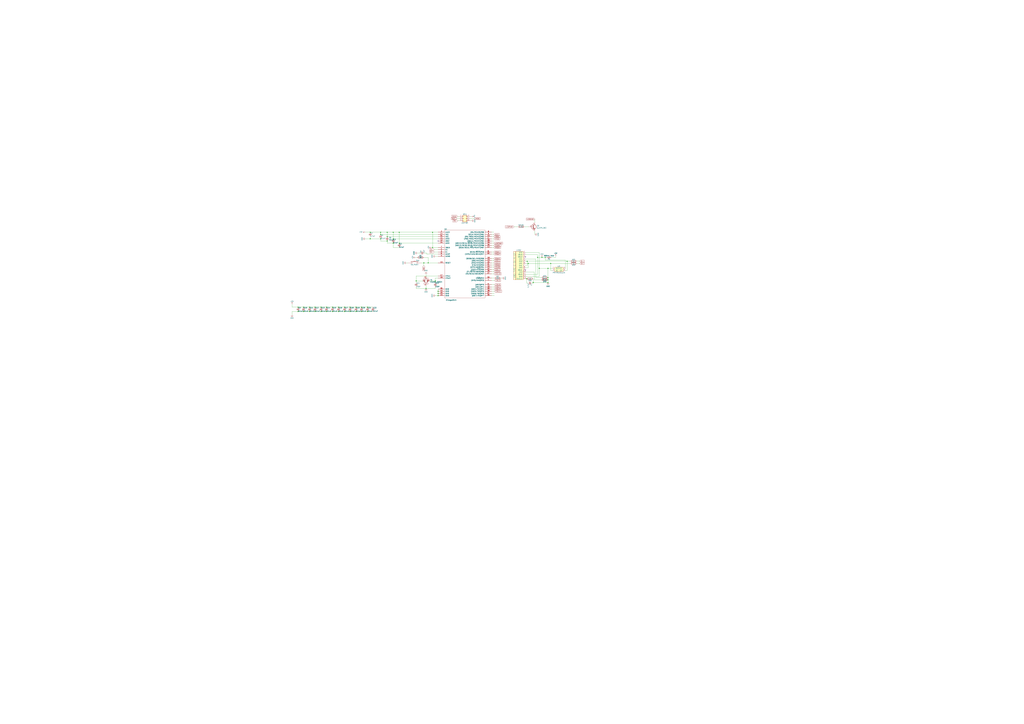
<source format=kicad_sch>
(kicad_sch (version 20230121) (generator eeschema)
  (paper "A0")
  (lib_symbols
    (symbol "Type-C:HRO-TYPE-C-31-M-12" (pin_names (offset 1.016))
      (property "Reference" "USB" (at -5.08 16.51 0))
      (property "Value" "HRO-TYPE-C-31-M-12" (at -10.16 -1.27 90))
      (symbol "HRO-TYPE-C-31-M-12_0_1"
        (rectangle (start -11.43 15.24) (end -8.89 -17.78) (fill (type background)))
        (rectangle (start 0 -17.78) (end -8.89 15.24) (fill (type background)))
      )
      (symbol "HRO-TYPE-C-31-M-12_1_1"
        (pin input line (at 2.54 13.97 180) (length 2.54) (name "GND") (number "1"))
        (pin input line (at 2.54 -8.89 180) (length 2.54) (name "CC2") (number "10"))
        (pin input line (at 2.54 -11.43 180) (length 2.54) (name "VBUS") (number "11"))
        (pin input line (at 2.54 -13.97 180) (length 2.54) (name "GND") (number "12"))
        (pin input line (at 2.54 -16.51 180) (length 2.54) (name "SHIELD") (number "13"))
        (pin input line (at 2.54 11.43 180) (length 2.54) (name "VBUS") (number "2"))
        (pin input line (at 2.54 8.89 180) (length 2.54) (name "SBU2") (number "3"))
        (pin input line (at 2.54 6.35 180) (length 2.54) (name "CC1") (number "4"))
        (pin input line (at 2.54 3.81 180) (length 2.54) (name "DN2") (number "5"))
        (pin input line (at 2.54 1.27 180) (length 2.54) (name "DP1") (number "6"))
        (pin input line (at 2.54 -1.27 180) (length 2.54) (name "DN1") (number "7"))
        (pin input line (at 2.54 -3.81 180) (length 2.54) (name "DP2") (number "8"))
        (pin input line (at 2.54 -6.35 180) (length 2.54) (name "SBU1") (number "9"))
      )
    )
    (symbol "ai03-locallib:PRTR5V0U2X" (pin_names (offset 1.016))
      (property "Reference" "U" (at 0 3.81 0))
      (property "Value" "PRTR5V0U2X" (at 0 -3.81 0))
      (symbol "PRTR5V0U2X_0_1"
        (rectangle (start -5.08 2.54) (end 5.08 -2.54) (fill (type background)))
      )
      (symbol "PRTR5V0U2X_1_1"
        (pin input line (at -7.62 1.27 0) (length 2.54) (name "GND") (number "1"))
        (pin input line (at -7.62 -1.27 0) (length 2.54) (name "IO1") (number "2"))
        (pin input line (at 7.62 -1.27 180) (length 2.54) (name "IO2") (number "3"))
        (pin input line (at 7.62 1.27 180) (length 2.54) (name "VCC") (number "4"))
      )
    )
    (symbol "cpm43-rescue:+5V-power" (power) (pin_names (offset 0))
      (property "Value" "+5V-power" (at 0 3.556 0))
      (symbol "+5V-power_0_1"
        (polyline (pts (xy -0.762 1.27) (xy 0 2.54)))
        (polyline (pts (xy 0 0) (xy 0 2.54)))
        (polyline (pts (xy 0 2.54) (xy 0.762 1.27)))
      )
      (symbol "+5V-power_1_1"
        (pin power_in line (at 0 0 90) (length 0) hide (name "+5V") (number "1"))
      )
    )
    (symbol "cpm43-rescue:ATmega32U4-atmel" (pin_names (offset 1.016))
      (property "Reference" "U" (at -22.86 43.18 0))
      (property "Value" "atmel:ATmega32U4" (at -16.51 -39.37 0))
      (symbol "ATmega32U4-atmel_0_1"
        (rectangle (start -24.13 41.91) (end 22.86 -36.83))
      )
      (symbol "ATmega32U4-atmel_1_1"
        (pin input line (at 30.48 -16.51 180) (length 7.62) (name "(INT6/AIN0)PE6") (number "1"))
        (pin input line (at 30.48 34.29 180) (length 7.62) (name "(PDI/MOSI/PCINT2)PB2") (number "10"))
        (pin input line (at 30.48 31.75 180) (length 7.62) (name "(PDO/MISO/PCINT3)PB3") (number "11"))
        (pin input line (at 30.48 21.59 180) (length 7.62) (name "(OC0A/OC1C/~{RTS}/PCINT7)PB7") (number "12"))
        (pin input line (at -31.75 3.81 0) (length 7.62) (name "RESET") (number "13"))
        (pin power_in line (at -31.75 36.83 0) (length 7.62) (name "VCC") (number "14"))
        (pin power_in line (at -31.75 -34.29 0) (length 7.62) (name "GND") (number "15"))
        (pin input line (at -31.75 -13.97 0) (length 7.62) (name "XTAL2") (number "16"))
        (pin input line (at -31.75 -11.43 0) (length 7.62) (name "XTAL1") (number "17"))
        (pin input line (at 30.48 8.89 180) (length 7.62) (name "(OC0B/SCL/INT0)PD0") (number "18"))
        (pin input line (at 30.48 6.35 180) (length 7.62) (name "(SDA/INT1)PD1") (number "19"))
        (pin input line (at -31.75 39.37 0) (length 7.62) (name "UVCC") (number "2"))
        (pin input line (at 30.48 3.81 180) (length 7.62) (name "(RXD/INT2)PD2") (number "20"))
        (pin input line (at 30.48 1.27 180) (length 7.62) (name "(TXD/INT3)PD3") (number "21"))
        (pin input line (at 30.48 -3.81 180) (length 7.62) (name "(XCK1/~{CTS})PD5") (number "22"))
        (pin power_in line (at -31.75 -31.75 0) (length 7.62) (name "GND") (number "23"))
        (pin power_in line (at -31.75 26.67 0) (length 7.62) (name "AVCC") (number "24"))
        (pin input line (at 30.48 -1.27 180) (length 7.62) (name "(ICP2/ADC8)PD4") (number "25"))
        (pin input line (at 30.48 -6.35 180) (length 7.62) (name "(T1/~{OC4D}/ADC9)PD6") (number "26"))
        (pin input line (at 30.48 -8.89 180) (length 7.62) (name "(T0/OC4D/ADC10)PD7") (number "27"))
        (pin input line (at 30.48 29.21 180) (length 7.62) (name "(ADC11/PCINT4)PB4") (number "28"))
        (pin input line (at 30.48 26.67 180) (length 7.62) (name "(ADC12/OC1A/~{OC4B}/PCINT12)PB5") (number "29"))
        (pin input line (at -31.75 16.51 0) (length 7.62) (name "D-") (number "3"))
        (pin input line (at 30.48 24.13 180) (length 7.62) (name "(ADC13/OC1B/OC4B/PCINT13)PB6") (number "30"))
        (pin input line (at 30.48 16.51 180) (length 7.62) (name "(OC3A/~{OC4A})PC6") (number "31"))
        (pin input line (at 30.48 13.97 180) (length 7.62) (name "(ICP3/CLK0/OC4A)PC7") (number "32"))
        (pin input line (at 30.48 -13.97 180) (length 7.62) (name "(~{HWB})PE2") (number "33"))
        (pin power_in line (at -31.75 34.29 0) (length 7.62) (name "VCC") (number "34"))
        (pin power_in line (at -31.75 -26.67 0) (length 7.62) (name "GND") (number "35"))
        (pin input line (at 30.48 -34.29 180) (length 7.62) (name "(ADC7/TDI)PF7") (number "36"))
        (pin input line (at 30.48 -31.75 180) (length 7.62) (name "(ADC6/TDO)PF6") (number "37"))
        (pin input line (at 30.48 -29.21 180) (length 7.62) (name "(ADC5/TMS)PF5") (number "38"))
        (pin input line (at 30.48 -26.67 180) (length 7.62) (name "(ADC4/TCK)PF4") (number "39"))
        (pin input line (at -31.75 19.05 0) (length 7.62) (name "D+") (number "4"))
        (pin input line (at 30.48 -24.13 180) (length 7.62) (name "(ADC1)PF1") (number "40"))
        (pin input line (at 30.48 -21.59 180) (length 7.62) (name "(ADC0)PF0") (number "41"))
        (pin input line (at -31.75 29.21 0) (length 7.62) (name "AREF") (number "42"))
        (pin power_in line (at -31.75 -29.21 0) (length 7.62) (name "GND") (number "43"))
        (pin power_in line (at -31.75 31.75 0) (length 7.62) (name "AVCC") (number "44"))
        (pin input line (at -31.75 11.43 0) (length 7.62) (name "UGND") (number "5"))
        (pin input line (at -31.75 13.97 0) (length 7.62) (name "UCAP") (number "6"))
        (pin input line (at -31.75 21.59 0) (length 7.62) (name "VBUS") (number "7"))
        (pin input line (at 30.48 39.37 180) (length 7.62) (name "(SS/PCINT0)PB0") (number "8"))
        (pin input line (at 30.48 36.83 180) (length 7.62) (name "(SCLK/PCINT1)PB1") (number "9"))
      )
    )
    (symbol "cpm43-rescue:C_Small-device" (pin_numbers hide) (pin_names (offset 0.254) hide)
      (property "Reference" "C" (at 0.254 1.778 0))
      (property "Value" "device:C_Small" (at 0.254 -2.032 0))
      (symbol "C_Small-device_0_1"
        (polyline (pts (xy -1.524 -0.508) (xy 1.524 -0.508)) (stroke (width 0.3302)))
        (polyline (pts (xy -1.524 0.508) (xy 1.524 0.508)) (stroke (width 0.3048)))
      )
      (symbol "C_Small-device_1_1"
        (pin passive line (at 0 2.54 270) (length 2.032) (name "~") (number "1"))
        (pin passive line (at 0 -2.54 90) (length 2.032) (name "~") (number "2"))
      )
    )
    (symbol "cpm43-rescue:Conn_02x03_Odd_Even-conn" (pin_names (offset 1.016) hide)
      (property "Reference" "J" (at 1.27 5.08 0))
      (property "Value" "conn:Conn_02x03_Odd_Even" (at 1.27 -5.08 0))
      (symbol "Conn_02x03_Odd_Even-conn_1_1"
        (rectangle (start -1.27 -2.413) (end 0 -2.667) (stroke (width 0.1524)))
        (rectangle (start -1.27 0.127) (end 0 -0.127) (stroke (width 0.1524)))
        (rectangle (start -1.27 2.667) (end 0 2.413) (stroke (width 0.1524)))
        (rectangle (start -1.27 3.81) (end 3.81 -3.81) (stroke (width 0.254)) (fill (type background)))
        (rectangle (start 3.81 -2.413) (end 2.54 -2.667) (stroke (width 0.1524)))
        (rectangle (start 3.81 0.127) (end 2.54 -0.127) (stroke (width 0.1524)))
        (rectangle (start 3.81 2.667) (end 2.54 2.413) (stroke (width 0.1524)))
        (pin passive line (at -5.08 2.54 0) (length 3.81) (name "Pin_1") (number "1"))
        (pin passive line (at 7.62 2.54 180) (length 3.81) (name "Pin_2") (number "2"))
        (pin passive line (at -5.08 0 0) (length 3.81) (name "Pin_3") (number "3"))
        (pin passive line (at 7.62 0 180) (length 3.81) (name "Pin_4") (number "4"))
        (pin passive line (at -5.08 -2.54 0) (length 3.81) (name "Pin_5") (number "5"))
        (pin passive line (at 7.62 -2.54 180) (length 3.81) (name "Pin_6") (number "6"))
      )
    )
    (symbol "cpm43-rescue:Crystal_GND24-device" (pin_names (offset 1.016) hide)
      (property "Reference" "Y" (at 3.175 5.08 0))
      (property "Value" "device:Crystal_GND24" (at 3.175 3.175 0))
      (symbol "Crystal_GND24-device_0_1"
        (rectangle (start -1.143 2.54) (end 1.143 -2.54) (stroke (width 0.3048)))
        (polyline (pts (xy -2.54 0) (xy -2.032 0)))
        (polyline (pts (xy -2.032 -1.27) (xy -2.032 1.27)) (stroke (width 0.508)))
        (polyline (pts (xy 0 -3.81) (xy 0 -3.556)))
        (polyline (pts (xy 0 3.556) (xy 0 3.81)))
        (polyline (pts (xy 2.032 -1.27) (xy 2.032 1.27)) (stroke (width 0.508)))
        (polyline (pts (xy 2.032 0) (xy 2.54 0)))
        (polyline (pts (xy -2.54 -2.286) (xy -2.54 -3.556) (xy 2.54 -3.556) (xy 2.54 -2.286)))
        (polyline (pts (xy -2.54 2.286) (xy -2.54 3.556) (xy 2.54 3.556) (xy 2.54 2.286)))
      )
      (symbol "Crystal_GND24-device_1_1"
        (pin passive line (at -3.81 0 0) (length 1.27) (name "1") (number "1"))
        (pin passive line (at 0 5.08 270) (length 1.27) (name "2") (number "2"))
        (pin passive line (at 3.81 0 180) (length 1.27) (name "3") (number "3"))
        (pin passive line (at 0 -5.08 90) (length 1.27) (name "4") (number "4"))
      )
    )
    (symbol "cpm43-rescue:GND-power" (power) (pin_names (offset 0))
      (property "Value" "GND-power" (at 0 -3.81 0))
      (symbol "GND-power_0_1"
        (polyline (pts (xy 0 0) (xy 0 -1.27) (xy 1.27 -1.27) (xy 0 -2.54) (xy -1.27 -1.27) (xy 0 -1.27)))
      )
      (symbol "GND-power_1_1"
        (pin power_in line (at 0 0 270) (length 0) hide (name "GND") (number "1"))
      )
    )
    (symbol "cpm43-rescue:Polyfuse_Small-device" (pin_numbers hide) (pin_names (offset 0))
      (property "Reference" "F" (at -1.905 0 90))
      (property "Value" "device:Polyfuse_Small" (at 1.905 0 90))
      (symbol "Polyfuse_Small-device_0_1"
        (rectangle (start -0.508 1.27) (end 0.508 -1.27))
        (polyline (pts (xy 0 2.54) (xy 0 -2.54)))
        (polyline (pts (xy -1.016 1.27) (xy -1.016 0.762) (xy 1.016 -0.762) (xy 1.016 -1.27)))
      )
      (symbol "Polyfuse_Small-device_1_1"
        (pin passive line (at 0 2.54 270) (length 0.635) (name "~") (number "1"))
        (pin passive line (at 0 -2.54 90) (length 0.635) (name "~") (number "2"))
      )
    )
    (symbol "cpm43-rescue:Q_NPN_BCE-device" (pin_names (offset 0) hide)
      (property "Reference" "Q" (at 5.08 1.27 0))
      (property "Value" "device:Q_NPN_BCE" (at 5.08 -1.27 0))
      (symbol "Q_NPN_BCE-device_0_1"
        (polyline (pts (xy 0.635 0.635) (xy 2.54 2.54)))
        (polyline (pts (xy 0.635 -0.635) (xy 2.54 -2.54) (xy 2.54 -2.54)))
        (polyline (pts (xy 0.635 1.905) (xy 0.635 -1.905) (xy 0.635 -1.905)) (stroke (width 0.508)))
        (polyline (pts (xy 1.27 -1.778) (xy 1.778 -1.27) (xy 2.286 -2.286) (xy 1.27 -1.778) (xy 1.27 -1.778)) (fill (type outline)))
        (circle (center 1.27 0) (radius 2.8194) (stroke (width 0.254)))
      )
      (symbol "Q_NPN_BCE-device_1_1"
        (pin input line (at -5.08 0 0) (length 5.715) (name "B") (number "1"))
        (pin passive line (at 2.54 5.08 270) (length 2.54) (name "C") (number "2"))
        (pin passive line (at 2.54 -5.08 90) (length 2.54) (name "E") (number "3"))
      )
    )
    (symbol "cpm43-rescue:R-device" (pin_numbers hide) (pin_names (offset 0))
      (property "Reference" "R" (at 2.032 0 90))
      (property "Value" "device:R" (at 0 0 90))
      (symbol "R-device_0_1"
        (rectangle (start -1.016 -2.54) (end 1.016 2.54) (stroke (width 0.254)))
      )
      (symbol "R-device_1_1"
        (pin passive line (at 0 3.81 270) (length 1.27) (name "~") (number "1"))
        (pin passive line (at 0 -3.81 90) (length 1.27) (name "~") (number "2"))
      )
    )
    (symbol "cpm43-rescue:VCC-power" (power) (pin_names (offset 0))
      (property "Value" "VCC-power" (at 0 3.81 0))
      (symbol "VCC-power_0_1"
        (polyline (pts (xy 0 0) (xy 0 1.27)))
        (circle (center 0 1.905) (radius 0.635))
      )
      (symbol "VCC-power_1_1"
        (pin power_in line (at 0 0 90) (length 0) hide (name "VCC") (number "1"))
      )
    )
    (symbol "keyboard_parts:SW_PUSH" (pin_numbers hide) (pin_names (offset 1.016) hide)
      (property "Reference" "SW" (at 3.81 2.794 0))
      (property "Value" "SW_PUSH" (at 0 -2.032 0))
      (symbol "SW_PUSH_0_1"
        (rectangle (start -4.318 1.27) (end 4.318 1.524))
        (polyline (pts (xy -1.016 1.524) (xy -0.762 2.286) (xy 0.762 2.286) (xy 1.016 1.524)))
        (pin passive inverted (at -7.62 0 0) (length 5.08) (name "1") (number "1"))
        (pin passive inverted (at 7.62 0 180) (length 5.08) (name "2") (number "2"))
      )
    )
  )
  (junction (at 611.505 323.85))
  (junction (at 386.08 356.87))
  (junction (at 502.285 287.655))
  (junction (at 456.565 269.875))
  (junction (at 372.745 356.87))
  (junction (at 441.96 272.415))
  (junction (at 346.075 356.87))
  (junction (at 494.665 335.28))
  (junction (at 372.745 361.95))
  (junction (at 658.495 303.53))
  (junction (at 365.76 356.87))
  (junction (at 449.58 274.955))
  (junction (at 419.735 356.87))
  (junction (at 639.445 306.07))
  (junction (at 636.27 325.12))
  (junction (at 619.125 328.295))
  (junction (at 505.46 326.39))
  (junction (at 406.4 356.87))
  (junction (at 352.425 361.95))
  (junction (at 400.05 356.87))
  (junction (at 419.735 361.95))
  (junction (at 502.285 269.875))
  (junction (at 441.96 269.875))
  (junction (at 359.41 361.95))
  (junction (at 365.76 361.95))
  (junction (at 400.05 361.95))
  (junction (at 413.385 361.95))
  (junction (at 346.075 361.95))
  (junction (at 636.27 328.295))
  (junction (at 613.41 306.07))
  (junction (at 426.72 356.87))
  (junction (at 429.895 277.495))
  (junction (at 406.4 361.95))
  (junction (at 633.095 299.085))
  (junction (at 508.635 338.455))
  (junction (at 492.125 305.435))
  (junction (at 636.27 311.785))
  (junction (at 393.065 361.95))
  (junction (at 456.565 282.575))
  (junction (at 612.14 303.53))
  (junction (at 426.72 361.95))
  (junction (at 463.55 269.875))
  (junction (at 483.235 326.39))
  (junction (at 429.895 269.875))
  (junction (at 629.285 299.085))
  (junction (at 508.635 343.535))
  (junction (at 497.205 305.435))
  (junction (at 449.58 280.035))
  (junction (at 626.11 311.785))
  (junction (at 352.425 356.87))
  (junction (at 393.065 356.87))
  (junction (at 624.205 299.085))
  (junction (at 379.095 361.95))
  (junction (at 508.635 340.995))
  (junction (at 379.095 356.87))
  (junction (at 359.41 356.87))
  (junction (at 413.385 356.87))
  (junction (at 449.58 269.875))
  (junction (at 636.27 322.58))
  (junction (at 463.55 282.575))
  (junction (at 386.08 361.95))
  (junction (at 441.96 277.495))
  (junction (at 456.565 277.495))
  (no_connect (at 610.235 313.69))
  (no_connect (at 610.235 298.45))
  (no_connect (at 508.635 280.035))
  (wire (pts (xy 626.11 293.37) (xy 626.11 311.785)))
  (wire (pts (xy 429.895 277.495) (xy 429.895 274.955)))
  (wire (pts (xy 547.37 256.54) (xy 546.1 256.54)))
  (wire (pts (xy 359.41 361.95) (xy 365.76 361.95)))
  (wire (pts (xy 641.35 311.785) (xy 636.27 311.785)))
  (wire (pts (xy 570.865 272.415) (xy 573.405 272.415)))
  (wire (pts (xy 494.665 335.28) (xy 505.46 335.28)))
  (wire (pts (xy 487.68 294.005) (xy 484.505 294.005)))
  (wire (pts (xy 624.205 295.91) (xy 624.205 299.085)))
  (wire (pts (xy 610.235 318.77) (xy 624.205 318.77)))
  (wire (pts (xy 372.745 361.95) (xy 379.095 361.95)))
  (wire (pts (xy 505.46 326.39) (xy 505.46 328.295)))
  (wire (pts (xy 346.075 361.95) (xy 352.425 361.95)))
  (wire (pts (xy 570.865 269.875) (xy 573.405 269.875)))
  (wire (pts (xy 531.495 256.54) (xy 533.4 256.54)))
  (wire (pts (xy 508.635 323.215) (xy 505.46 323.215)))
  (wire (pts (xy 639.445 306.07) (xy 662.305 306.07)))
  (wire (pts (xy 570.865 274.955) (xy 573.405 274.955)))
  (wire (pts (xy 570.865 300.355) (xy 573.405 300.355)))
  (wire (pts (xy 406.4 361.95) (xy 413.385 361.95)))
  (wire (pts (xy 570.865 333.375) (xy 574.04 333.375)))
  (wire (pts (xy 636.27 311.785) (xy 626.11 311.785)))
  (wire (pts (xy 441.96 277.495) (xy 429.895 277.495)))
  (wire (pts (xy 613.41 306.07) (xy 639.445 306.07)))
  (wire (pts (xy 656.59 314.325) (xy 658.495 314.325)))
  (wire (pts (xy 463.55 282.575) (xy 463.55 269.875)))
  (wire (pts (xy 419.735 361.95) (xy 426.72 361.95)))
  (wire (pts (xy 497.205 299.085) (xy 497.205 305.435)))
  (wire (pts (xy 570.865 292.735) (xy 573.405 292.735)))
  (wire (pts (xy 613.41 311.15) (xy 613.41 306.07)))
  (wire (pts (xy 449.58 282.575) (xy 449.58 280.035)))
  (wire (pts (xy 502.285 269.875) (xy 502.285 287.655)))
  (wire (pts (xy 530.225 254) (xy 533.4 254)))
  (wire (pts (xy 570.865 340.995) (xy 574.04 340.995)))
  (wire (pts (xy 570.865 287.655) (xy 573.405 287.655)))
  (wire (pts (xy 508.635 297.815) (xy 505.46 297.815)))
  (wire (pts (xy 456.565 287.655) (xy 456.565 282.575)))
  (wire (pts (xy 620.395 316.23) (xy 620.395 325.12)))
  (wire (pts (xy 570.865 285.115) (xy 573.405 285.115)))
  (wire (pts (xy 626.11 311.785) (xy 626.11 321.31)))
  (wire (pts (xy 570.865 335.915) (xy 574.04 335.915)))
  (wire (pts (xy 483.235 326.39) (xy 483.235 328.295)))
  (wire (pts (xy 508.635 277.495) (xy 456.565 277.495)))
  (wire (pts (xy 621.03 268.605) (xy 621.03 272.415)))
  (wire (pts (xy 621.03 258.445) (xy 621.03 254.635)))
  (wire (pts (xy 656.59 302.26) (xy 633.095 302.26)))
  (wire (pts (xy 463.55 287.655) (xy 456.565 287.655)))
  (wire (pts (xy 570.865 280.035) (xy 573.405 280.035)))
  (wire (pts (xy 508.635 272.415) (xy 441.96 272.415)))
  (wire (pts (xy 400.05 361.95) (xy 406.4 361.95)))
  (wire (pts (xy 570.865 323.215) (xy 574.04 323.215)))
  (wire (pts (xy 508.635 335.915) (xy 508.635 338.455)))
  (wire (pts (xy 669.925 306.07) (xy 673.1 306.07)))
  (wire (pts (xy 484.505 299.085) (xy 482.6 299.085)))
  (wire (pts (xy 365.76 361.95) (xy 372.745 361.95)))
  (wire (pts (xy 570.865 330.835) (xy 574.04 330.835)))
  (wire (pts (xy 413.385 361.95) (xy 419.735 361.95)))
  (wire (pts (xy 624.205 299.085) (xy 629.285 299.085)))
  (wire (pts (xy 570.865 302.895) (xy 573.405 302.895)))
  (wire (pts (xy 636.27 322.58) (xy 636.27 311.785)))
  (wire (pts (xy 508.635 338.455) (xy 508.635 340.995)))
  (wire (pts (xy 508.635 343.535) (xy 505.46 343.535)))
  (wire (pts (xy 483.235 335.28) (xy 494.665 335.28)))
  (wire (pts (xy 570.865 315.595) (xy 573.405 315.595)))
  (wire (pts (xy 449.58 280.035) (xy 441.96 280.035)))
  (wire (pts (xy 619.125 323.85) (xy 619.125 328.295)))
  (wire (pts (xy 502.285 269.875) (xy 463.55 269.875)))
  (wire (pts (xy 508.635 320.675) (xy 483.235 320.675)))
  (wire (pts (xy 505.46 335.28) (xy 505.46 333.375)))
  (wire (pts (xy 386.08 361.95) (xy 393.065 361.95)))
  (wire (pts (xy 339.09 356.87) (xy 346.075 356.87)))
  (wire (pts (xy 547.37 251.46) (xy 546.1 251.46)))
  (wire (pts (xy 629.285 299.085) (xy 633.095 299.085)))
  (wire (pts (xy 495.3 294.005) (xy 492.76 294.005)))
  (wire (pts (xy 483.235 333.375) (xy 483.235 335.28)))
  (wire (pts (xy 359.41 356.87) (xy 365.76 356.87)))
  (wire (pts (xy 619.125 328.93) (xy 617.855 328.93)))
  (wire (pts (xy 612.775 328.93) (xy 611.505 328.93)))
  (wire (pts (xy 612.14 303.53) (xy 658.495 303.53)))
  (wire (pts (xy 488.95 305.435) (xy 492.125 305.435)))
  (wire (pts (xy 456.565 282.575) (xy 449.58 282.575)))
  (wire (pts (xy 492.125 305.435) (xy 497.205 305.435)))
  (wire (pts (xy 641.35 314.325) (xy 639.445 314.325)))
  (wire (pts (xy 658.495 314.325) (xy 658.495 303.53)))
  (wire (pts (xy 636.27 325.12) (xy 636.27 328.295)))
  (wire (pts (xy 346.075 356.87) (xy 352.425 356.87)))
  (wire (pts (xy 612.14 308.61) (xy 612.14 303.53)))
  (wire (pts (xy 622.3 322.58) (xy 622.3 300.99)))
  (wire (pts (xy 393.065 356.87) (xy 400.05 356.87)))
  (wire (pts (xy 441.96 269.875) (xy 441.96 272.415)))
  (wire (pts (xy 508.635 295.275) (xy 495.3 295.275)))
  (wire (pts (xy 441.96 280.035) (xy 441.96 277.495)))
  (wire (pts (xy 633.095 302.26) (xy 633.095 299.085)))
  (wire (pts (xy 379.095 356.87) (xy 386.08 356.87)))
  (wire (pts (xy 508.635 282.575) (xy 463.55 282.575)))
  (wire (pts (xy 413.385 356.87) (xy 419.735 356.87)))
  (wire (pts (xy 531.495 251.46) (xy 533.4 251.46)))
  (wire (pts (xy 570.865 310.515) (xy 573.405 310.515)))
  (wire (pts (xy 492.125 299.085) (xy 497.205 299.085)))
  (wire (pts (xy 372.745 356.87) (xy 379.095 356.87)))
  (wire (pts (xy 379.095 361.95) (xy 386.08 361.95)))
  (wire (pts (xy 610.235 293.37) (xy 626.11 293.37)))
  (wire (pts (xy 406.4 356.87) (xy 413.385 356.87)))
  (wire (pts (xy 449.58 269.875) (xy 441.96 269.875)))
  (wire (pts (xy 626.11 321.31) (xy 610.235 321.31)))
  (wire (pts (xy 504.19 292.735) (xy 508.635 292.735)))
  (wire (pts (xy 611.505 323.85) (xy 610.235 323.85)))
  (wire (pts (xy 492.125 305.435) (xy 492.125 308.61)))
  (wire (pts (xy 570.865 343.535) (xy 574.04 343.535)))
  (wire (pts (xy 581.66 323.215) (xy 582.93 323.215)))
  (wire (pts (xy 658.495 303.53) (xy 662.305 303.53)))
  (wire (pts (xy 610.235 308.61) (xy 612.14 308.61)))
  (wire (pts (xy 570.865 295.275) (xy 573.405 295.275)))
  (wire (pts (xy 619.125 328.295) (xy 619.125 328.93)))
  (wire (pts (xy 495.3 295.275) (xy 495.3 294.005)))
  (wire (pts (xy 610.235 306.07) (xy 613.41 306.07)))
  (wire (pts (xy 494.665 321.31) (xy 494.665 318.77)))
  (wire (pts (xy 570.865 307.975) (xy 573.405 307.975)))
  (wire (pts (xy 473.71 305.435) (xy 471.805 305.435)))
  (wire (pts (xy 429.895 277.495) (xy 424.18 277.495)))
  (wire (pts (xy 610.235 311.15) (xy 613.41 311.15)))
  (wire (pts (xy 508.635 340.995) (xy 508.635 343.535)))
  (wire (pts (xy 449.58 274.955) (xy 449.58 269.875)))
  (wire (pts (xy 619.125 328.295) (xy 636.27 328.295)))
  (wire (pts (xy 645.16 299.085) (xy 645.16 297.815)))
  (wire (pts (xy 352.425 361.95) (xy 359.41 361.95)))
  (wire (pts (xy 636.27 322.58) (xy 636.27 325.12)))
  (wire (pts (xy 508.635 274.955) (xy 449.58 274.955)))
  (wire (pts (xy 494.665 335.28) (xy 494.665 331.47)))
  (wire (pts (xy 628.65 322.58) (xy 622.3 322.58)))
  (wire (pts (xy 570.865 325.755) (xy 574.04 325.755)))
  (wire (pts (xy 426.72 361.95) (xy 433.07 361.95)))
  (wire (pts (xy 502.285 287.655) (xy 501.015 287.655)))
  (wire (pts (xy 570.865 282.575) (xy 573.405 282.575)))
  (wire (pts (xy 610.235 295.91) (xy 624.205 295.91)))
  (wire (pts (xy 639.445 314.325) (xy 639.445 306.07)))
  (wire (pts (xy 613.41 263.525) (xy 608.965 263.525)))
  (wire (pts (xy 633.095 299.085) (xy 635 299.085)))
  (wire (pts (xy 456.565 269.875) (xy 449.58 269.875)))
  (wire (pts (xy 502.285 269.875) (xy 508.635 269.875)))
  (wire (pts (xy 570.865 305.435) (xy 573.405 305.435)))
  (wire (pts (xy 429.895 269.875) (xy 424.18 269.875)))
  (wire (pts (xy 483.235 326.39) (xy 490.855 326.39)))
  (wire (pts (xy 656.59 311.785) (xy 656.59 302.26)))
  (wire (pts (xy 624.205 299.085) (xy 624.205 318.77)))
  (wire (pts (xy 483.235 320.675) (xy 483.235 326.39)))
  (wire (pts (xy 463.55 269.875) (xy 456.565 269.875)))
  (wire (pts (xy 426.72 356.87) (xy 433.07 356.87)))
  (wire (pts (xy 550.545 254) (xy 546.1 254)))
  (wire (pts (xy 352.425 356.87) (xy 359.41 356.87)))
  (wire (pts (xy 640.08 299.085) (xy 645.16 299.085)))
  (wire (pts (xy 393.065 361.95) (xy 400.05 361.95)))
  (wire (pts (xy 505.46 323.215) (xy 505.46 326.39)))
  (wire (pts (xy 508.635 290.195) (xy 504.19 290.195)))
  (wire (pts (xy 570.865 313.055) (xy 573.405 313.055)))
  (wire (pts (xy 498.475 326.39) (xy 505.46 326.39)))
  (wire (pts (xy 508.635 287.655) (xy 502.285 287.655)))
  (wire (pts (xy 610.235 316.23) (xy 620.395 316.23)))
  (wire (pts (xy 611.505 328.93) (xy 611.505 323.85)))
  (wire (pts (xy 386.08 356.87) (xy 393.065 356.87)))
  (wire (pts (xy 570.865 338.455) (xy 574.04 338.455)))
  (wire (pts (xy 441.96 269.875) (xy 429.895 269.875)))
  (wire (pts (xy 601.345 263.525) (xy 596.9 263.525)))
  (wire (pts (xy 339.09 356.87) (xy 339.09 353.695)))
  (wire (pts (xy 570.865 318.135) (xy 573.405 318.135)))
  (wire (pts (xy 570.865 277.495) (xy 573.405 277.495)))
  (wire (pts (xy 339.09 361.95) (xy 346.075 361.95)))
  (wire (pts (xy 610.235 300.99) (xy 622.3 300.99)))
  (wire (pts (xy 365.76 356.87) (xy 372.745 356.87)))
  (wire (pts (xy 339.09 361.95) (xy 339.09 365.76)))
  (wire (pts (xy 400.05 356.87) (xy 406.4 356.87)))
  (wire (pts (xy 456.565 277.495) (xy 456.565 269.875)))
  (wire (pts (xy 497.205 305.435) (xy 508.635 305.435)))
  (wire (pts (xy 669.925 303.53) (xy 673.1 303.53)))
  (wire (pts (xy 419.735 356.87) (xy 426.72 356.87)))
  (wire (pts (xy 620.395 325.12) (xy 628.65 325.12)))
  (wire (pts (xy 610.235 303.53) (xy 612.14 303.53)))
  (global_label "MISO" (shape input) (at 573.405 277.495 0) (effects (font (size 1.2954 1.2954))) (property "Intersheetrefs" "${INTERSHEET_REFS}" (effects hide)))
  (global_label "COL3" (shape input) (at 574.04 325.755 0) (effects (font (size 1.2954 1.2954))) (property "Intersheetrefs" "${INTERSHEET_REFS}" (effects hide)))
  (global_label "ROW3" (shape input) (at 573.405 300.355 0) (effects (font (size 1.2954 1.2954))) (property "Intersheetrefs" "${INTERSHEET_REFS}" (effects hide)))
  (global_label "COL2" (shape input) (at 574.04 335.915 0) (effects (font (size 1.2954 1.2954))) (property "Intersheetrefs" "${INTERSHEET_REFS}" (effects hide)))
  (global_label "COL5" (shape input) (at 573.405 305.435 0) (effects (font (size 1.2954 1.2954))) (property "Intersheetrefs" "${INTERSHEET_REFS}" (effects hide)))
  (global_label "D-" (shape input) (at 504.19 292.735 180) (effects (font (size 1.2954 1.2954))) (property "Intersheetrefs" "${INTERSHEET_REFS}" (effects hide)))
  (global_label "LEDPWM" (shape input) (at 596.9 263.525 180) (effects (font (size 1.2954 1.2954))) (property "Intersheetrefs" "${INTERSHEET_REFS}" (effects hide)))
  (global_label "ROW2" (shape input) (at 573.405 295.275 0) (effects (font (size 1.2954 1.2954))) (property "Intersheetrefs" "${INTERSHEET_REFS}" (effects hide)))
  (global_label "D+" (shape input) (at 673.1 306.07 0) (effects (font (size 1.2954 1.2954))) (property "Intersheetrefs" "${INTERSHEET_REFS}" (effects hide)))
  (global_label "D+" (shape input) (at 504.19 290.195 180) (effects (font (size 1.2954 1.2954))) (property "Intersheetrefs" "${INTERSHEET_REFS}" (effects hide)))
  (global_label "MOSI" (shape input) (at 550.545 254 0) (effects (font (size 1.2954 1.2954))) (property "Intersheetrefs" "${INTERSHEET_REFS}" (effects hide)))
  (global_label "MOSI" (shape input) (at 573.405 274.955 0) (effects (font (size 1.2954 1.2954))) (property "Intersheetrefs" "${INTERSHEET_REFS}" (effects hide)))
  (global_label "LEDPWM" (shape input) (at 573.405 282.575 0) (effects (font (size 1.2954 1.2954))) (property "Intersheetrefs" "${INTERSHEET_REFS}" (effects hide)))
  (global_label "COL11" (shape input) (at 574.04 338.455 0) (effects (font (size 1.2954 1.2954))) (property "Intersheetrefs" "${INTERSHEET_REFS}" (effects hide)))
  (global_label "SCK" (shape input) (at 530.225 254 180) (effects (font (size 1.2954 1.2954))) (property "Intersheetrefs" "${INTERSHEET_REFS}" (effects hide)))
  (global_label "COL6" (shape input) (at 573.405 307.975 0) (effects (font (size 1.2954 1.2954))) (property "Intersheetrefs" "${INTERSHEET_REFS}" (effects hide)))
  (global_label "ROW1" (shape input) (at 573.405 292.735 0) (effects (font (size 1.2954 1.2954))) (property "Intersheetrefs" "${INTERSHEET_REFS}" (effects hide)))
  (global_label "RST" (shape input) (at 492.125 308.61 270) (effects (font (size 1.2954 1.2954))) (property "Intersheetrefs" "${INTERSHEET_REFS}" (effects hide)))
  (global_label "COL1" (shape input) (at 574.04 333.375 0) (effects (font (size 1.2954 1.2954))) (property "Intersheetrefs" "${INTERSHEET_REFS}" (effects hide)))
  (global_label "COL7" (shape input) (at 573.405 313.055 0) (effects (font (size 1.2954 1.2954))) (property "Intersheetrefs" "${INTERSHEET_REFS}" (effects hide)))
  (global_label "COL4" (shape input) (at 573.405 302.895 0) (effects (font (size 1.2954 1.2954))) (property "Intersheetrefs" "${INTERSHEET_REFS}" (effects hide)))
  (global_label "COL0" (shape input) (at 574.04 330.835 0) (effects (font (size 1.2954 1.2954))) (property "Intersheetrefs" "${INTERSHEET_REFS}" (effects hide)))
  (global_label "ROW0" (shape input) (at 573.405 287.655 0) (effects (font (size 1.2954 1.2954))) (property "Intersheetrefs" "${INTERSHEET_REFS}" (effects hide)))
  (global_label "RST" (shape input) (at 531.495 256.54 180) (effects (font (size 1.2954 1.2954))) (property "Intersheetrefs" "${INTERSHEET_REFS}" (effects hide)))
  (global_label "COL10" (shape input) (at 573.405 318.135 0) (effects (font (size 1.2954 1.2954))) (property "Intersheetrefs" "${INTERSHEET_REFS}" (effects hide)))
  (global_label "D-" (shape input) (at 673.1 303.53 0) (effects (font (size 1.2954 1.2954))) (property "Intersheetrefs" "${INTERSHEET_REFS}" (effects hide)))
  (global_label "COL9" (shape input) (at 573.405 315.595 0) (effects (font (size 1.2954 1.2954))) (property "Intersheetrefs" "${INTERSHEET_REFS}" (effects hide)))
  (global_label "COL8" (shape input) (at 573.405 310.515 0) (effects (font (size 1.2954 1.2954))) (property "Intersheetrefs" "${INTERSHEET_REFS}" (effects hide)))
  (global_label "RGBIN" (shape input) (at 573.405 285.115 0) (effects (font (size 1.2954 1.2954))) (property "Intersheetrefs" "${INTERSHEET_REFS}" (effects hide)))
  (global_label "SCK" (shape input) (at 573.405 272.415 0) (effects (font (size 1.2954 1.2954))) (property "Intersheetrefs" "${INTERSHEET_REFS}" (effects hide)))
  (global_label "LEDGND" (shape input) (at 621.03 254.635 180) (effects (font (size 1.2954 1.2954))) (property "Intersheetrefs" "${INTERSHEET_REFS}" (effects hide)))
  (global_label "MISO" (shape input) (at 531.495 251.46 180) (effects (font (size 1.2954 1.2954))) (property "Intersheetrefs" "${INTERSHEET_REFS}" (effects hide)))
  (symbol (lib_id "cpm43-rescue:C_Small-device") (at 483.235 330.835 0) (unit 1)
    (property "Reference" "XC1" (at 483.489 329.057 0) (effects (justify left)))
    (property "Value" "22pF" (at 483.489 332.867 0) (effects (justify left)))
    (property "Footprint" "Capacitor_SMD:C_0805_2012Metric" (effects hide))
  )
  (symbol (lib_id "cpm43-rescue:C_Small-device") (at 505.46 330.835 0) (unit 1)
    (property "Reference" "XC2" (at 505.714 329.057 0) (effects (justify left)))
    (property "Value" "22pF" (at 505.714 332.867 0) (effects (justify left)))
    (property "Footprint" "Capacitor_SMD:C_0805_2012Metric" (effects hide))
  )
  (symbol (lib_id "cpm43-rescue:GND-power") (at 494.665 335.28 0) (unit 1)
    (property "Reference" "#PWR01" (effects hide))
    (property "Value" "GND" (at 494.665 339.09 0))
  )
  (symbol (lib_id "cpm43-rescue:C_Small-device") (at 463.55 285.115 0) (unit 1)
    (property "Reference" "C2" (at 463.804 283.337 0) (effects (justify left)))
    (property "Value" "0.1uF" (at 463.804 287.147 0) (effects (justify left)))
    (property "Footprint" "Capacitor_SMD:C_0805_2012Metric" (effects hide))
  )
  (symbol (lib_id "cpm43-rescue:C_Small-device") (at 456.565 280.035 0) (unit 1)
    (property "Reference" "C3" (at 456.819 278.257 0) (effects (justify left)))
    (property "Value" "0.1uF" (at 456.819 282.067 0) (effects (justify left)))
    (property "Footprint" "Capacitor_SMD:C_0805_2012Metric" (effects hide))
  )
  (symbol (lib_id "cpm43-rescue:C_Small-device") (at 429.895 272.415 0) (unit 1)
    (property "Reference" "C4" (at 430.149 270.637 0) (effects (justify left)))
    (property "Value" "4.7uF" (at 430.149 274.447 0) (effects (justify left)))
    (property "Footprint" "Capacitor_SMD:C_0805_2012Metric" (effects hide))
  )
  (symbol (lib_id "cpm43-rescue:C_Small-device") (at 441.96 274.955 0) (unit 1)
    (property "Reference" "C5" (at 442.214 273.177 0) (effects (justify left)))
    (property "Value" "0.1uF" (at 442.214 276.987 0) (effects (justify left)))
    (property "Footprint" "Capacitor_SMD:C_0805_2012Metric" (effects hide))
  )
  (symbol (lib_id "keyboard_parts:SW_PUSH") (at 481.33 305.435 0) (unit 1)
    (property "Reference" "SW1" (at 485.14 302.641 0))
    (property "Value" "SW_PUSH" (at 481.33 307.467 0))
    (property "Footprint" "miketronic_fplib:SW_SPST_TL3342" (effects hide))
  )
  (symbol (lib_id "cpm43-rescue:ATmega32U4-atmel") (at 540.385 309.245 0) (unit 1)
    (property "Reference" "U1" (at 517.525 266.065 0))
    (property "Value" "ATmega32U4" (at 523.875 348.615 0))
    (property "Footprint" "Keebio-Parts:TQFP-44_10x10mm_Pitch0.8mm" (effects hide))
  )
  (symbol (lib_id "cpm43-rescue:R-device") (at 488.315 299.085 90) (unit 1)
    (property "Reference" "R1" (at 488.315 297.053 90))
    (property "Value" "10k" (at 488.315 299.085 90))
    (property "Footprint" "Keebio-Parts:Resistor-Hybrid-Back" (effects hide))
  )
  (symbol (lib_id "cpm43-rescue:GND-power") (at 471.805 305.435 270) (unit 1)
    (property "Reference" "#PWR03" (effects hide))
    (property "Value" "GND" (at 467.995 305.435 0))
  )
  (symbol (lib_id "cpm43-rescue:R-device") (at 577.85 323.215 90) (unit 1)
    (property "Reference" "R2" (at 577.85 321.183 90))
    (property "Value" "10k" (at 577.85 323.215 90))
    (property "Footprint" "Keebio-Parts:Resistor-Hybrid-Back" (effects hide))
  )
  (symbol (lib_id "cpm43-rescue:GND-power") (at 582.93 323.215 90) (unit 1)
    (property "Reference" "#PWR04" (effects hide))
    (property "Value" "GND" (at 586.74 323.215 0))
  )
  (symbol (lib_id "Type-C:HRO-TYPE-C-31-M-12") (at 607.695 307.34 0) (unit 1)
    (property "Reference" "USB1" (at 602.615 290.83 0) (effects (font (size 1.524 1.524))))
    (property "Value" "HRO-TYPE-C-31-M-12" (at 597.535 308.61 90) (effects (font (size 1.524 1.524))))
    (property "Footprint" "Connector_USB:USB_C_Receptacle_GCT_USB4105-xx-A_16P_TopMnt_Horizontal" (effects hide))
  )
  (symbol (lib_id "cpm43-rescue:Polyfuse_Small-device") (at 637.54 299.085 90) (unit 1)
    (property "Reference" "F1" (at 637.54 300.99 90))
    (property "Value" "500mA Hold" (at 637.54 297.18 90))
    (property "Footprint" "Fuse:Fuse_1206_3216Metric" (effects hide))
  )
  (symbol (lib_id "cpm43-rescue:+5V-power") (at 645.16 297.815 0) (unit 1)
    (property "Reference" "#PWR05" (effects hide))
    (property "Value" "+5V" (at 645.16 294.259 0))
  )
  (symbol (lib_id "cpm43-rescue:VCC-power") (at 629.285 299.085 0) (unit 1)
    (property "Reference" "#PWR06" (effects hide))
    (property "Value" "VCC" (at 629.285 295.275 0))
  )
  (symbol (lib_id "cpm43-rescue:R-device") (at 666.115 303.53 90) (unit 1)
    (property "Reference" "UR1" (at 666.115 301.498 90))
    (property "Value" "22" (at 666.115 303.53 90))
    (property "Footprint" "Keebio-Parts:R_0805" (effects hide))
  )
  (symbol (lib_id "cpm43-rescue:R-device") (at 666.115 306.07 270) (unit 1)
    (property "Reference" "UR2" (at 666.115 308.102 90))
    (property "Value" "22" (at 666.115 306.07 90))
    (property "Footprint" "Keebio-Parts:R_0805" (effects hide))
  )
  (symbol (lib_id "cpm43-rescue:R-device") (at 632.46 322.58 90) (unit 1)
    (property "Reference" "UR4" (at 632.46 320.548 90))
    (property "Value" "5.1k" (at 632.46 322.58 90))
    (property "Footprint" "Keebio-Parts:R_0805" (effects hide))
  )
  (symbol (lib_id "cpm43-rescue:R-device") (at 632.46 325.12 270) (unit 1)
    (property "Reference" "UR3" (at 632.46 327.152 90))
    (property "Value" "5.1k" (at 632.46 325.12 90))
    (property "Footprint" "Keebio-Parts:R_0805" (effects hide))
  )
  (symbol (lib_id "cpm43-rescue:GND-power") (at 424.18 277.495 270) (unit 1)
    (property "Reference" "#PWR09" (effects hide))
    (property "Value" "GND" (at 420.37 277.495 0))
  )
  (symbol (lib_id "cpm43-rescue:+5V-power") (at 501.015 287.655 90) (unit 1)
    (property "Reference" "#PWR010" (effects hide))
    (property "Value" "+5V" (at 497.459 287.655 0))
  )
  (symbol (lib_id "ai03-locallib:PRTR5V0U2X") (at 648.97 313.055 0) (unit 1)
    (property "Reference" "U2" (at 648.97 309.245 0) (effects (font (size 1.524 1.524))))
    (property "Value" "PRTR5V0U2X" (at 648.97 316.865 0) (effects (font (size 1.524 1.524))))
    (property "Footprint" "Keebio-Parts:SOT-143B" (effects hide))
  )
  (symbol (lib_id "cpm43-rescue:C_Small-device") (at 490.22 294.005 90) (unit 1)
    (property "Reference" "C6" (at 488.442 293.751 0) (effects (justify left)))
    (property "Value" "1uF" (at 492.252 293.751 0) (effects (justify left)))
    (property "Footprint" "Capacitor_SMD:C_0805_2012Metric" (effects hide))
  )
  (symbol (lib_id "cpm43-rescue:GND-power") (at 484.505 294.005 270) (unit 1)
    (property "Reference" "#PWR011" (effects hide))
    (property "Value" "GND" (at 480.695 294.005 0))
  )
  (symbol (lib_id "cpm43-rescue:GND-power") (at 505.46 297.815 270) (unit 1)
    (property "Reference" "#PWR012" (effects hide))
    (property "Value" "GND" (at 501.65 297.815 0))
  )
  (symbol (lib_id "cpm43-rescue:R-device") (at 615.315 323.85 270) (unit 1)
    (property "Reference" "UR5" (at 615.315 325.882 90))
    (property "Value" "1M" (at 615.315 323.85 90))
    (property "Footprint" "Keebio-Parts:R_0805" (effects hide))
  )
  (symbol (lib_id "cpm43-rescue:C_Small-device") (at 615.315 328.93 270) (unit 1)
    (property "Reference" "C7" (at 617.093 329.184 0) (effects (justify left)))
    (property "Value" "4.7uF" (at 613.283 329.184 0) (effects (justify left)))
    (property "Footprint" "Capacitor_SMD:C_0805_2012Metric" (effects hide))
  )
  (symbol (lib_id "cpm43-rescue:GND-power") (at 505.46 343.535 270) (unit 1)
    (property "Reference" "#PWR013" (effects hide))
    (property "Value" "GND" (at 501.65 343.535 0))
  )
  (symbol (lib_id "cpm43-rescue:Crystal_GND24-device") (at 494.665 326.39 0) (unit 1)
    (property "Reference" "X1" (at 499.5164 325.2216 0) (effects (justify left)))
    (property "Value" "Crystal_GND24" (at 499.5164 327.533 0) (effects (justify left)))
    (property "Footprint" "Keebio-Parts:Crystal_SMD_3225-4pin_3.2x2.5mm" (effects hide))
  )
  (symbol (lib_id "cpm43-rescue:GND-power") (at 494.665 318.77 180) (unit 1)
    (property "Reference" "#PWR0103" (effects hide))
    (property "Value" "GND" (at 494.538 314.3758 0))
  )
  (symbol (lib_id "cpm43-rescue:Q_NPN_BCE-device") (at 618.49 263.525 0) (unit 1)
    (property "Reference" "Q1" (at 623.57 262.255 0) (effects (justify left)))
    (property "Value" "Q_NPN_BCE" (at 623.57 264.795 0) (effects (justify left)))
    (property "Footprint" "PCM_Package_TO_SOT_SMD_AKL:SOT-223-3_TabPin2" (effects hide))
  )
  (symbol (lib_id "cpm43-rescue:R-device") (at 605.155 263.525 90) (unit 1)
    (property "Reference" "NPNR1" (at 605.155 261.493 90))
    (property "Value" "1.5k" (at 605.155 263.525 90))
    (property "Footprint" "Keebio-Parts:Resistor-Hybrid-Back" (effects hide))
  )
  (symbol (lib_id "cpm43-rescue:GND-power") (at 621.03 272.415 90) (unit 1)
    (property "Reference" "#PWR014" (effects hide))
    (property "Value" "GND" (at 624.84 272.415 0))
  )
  (symbol (lib_id "cpm43-rescue:Conn_02x03_Odd_Even-conn") (at 538.48 254 0) (unit 1)
    (property "Reference" "SPI1" (at 539.75 248.92 0))
    (property "Value" "2x3 SPI" (at 539.75 259.08 0))
    (property "Footprint" "Connector_PinSocket_1.27mm:PinSocket_2x03_P1.27mm_Vertical_SMD" (effects hide))
  )
  (symbol (lib_id "cpm43-rescue:GND-power") (at 547.37 256.54 90) (unit 1)
    (property "Reference" "#PWR017" (effects hide))
    (property "Value" "GND" (at 551.18 256.54 0))
  )
  (symbol (lib_id "cpm43-rescue:+5V-power") (at 547.37 251.46 270) (unit 1)
    (property "Reference" "#PWR018" (effects hide))
    (property "Value" "+5V" (at 550.926 251.46 0))
  )
  (symbol (lib_id "cpm43-rescue:C_Small-device") (at 346.075 359.41 0) (unit 1)
    (property "Reference" "C9" (at 346.329 357.632 0) (effects (justify left)))
    (property "Value" "0.1uF" (at 346.329 361.442 0) (effects (justify left)))
    (property "Footprint" "Capacitor_SMD:C_0805_2012Metric" (effects hide))
  )
  (symbol (lib_id "cpm43-rescue:C_Small-device") (at 352.425 359.41 0) (unit 1)
    (property "Reference" "C10" (at 352.679 357.632 0) (effects (justify left)))
    (property "Value" "0.1uF" (at 352.679 361.442 0) (effects (justify left)))
    (property "Footprint" "Capacitor_SMD:C_0805_2012Metric" (effects hide))
  )
  (symbol (lib_id "cpm43-rescue:C_Small-device") (at 359.41 359.41 0) (unit 1)
    (property "Reference" "C11" (at 359.664 357.632 0) (effects (justify left)))
    (property "Value" "0.1uF" (at 359.664 361.442 0) (effects (justify left)))
    (property "Footprint" "Capacitor_SMD:C_0805_2012Metric" (effects hide))
  )
  (symbol (lib_id "cpm43-rescue:C_Small-device") (at 365.76 359.41 0) (unit 1)
    (property "Reference" "C12" (at 366.014 357.632 0) (effects (justify left)))
    (property "Value" "0.1uF" (at 366.014 361.442 0) (effects (justify left)))
    (property "Footprint" "Capacitor_SMD:C_0805_2012Metric" (effects hide))
  )
  (symbol (lib_id "cpm43-rescue:C_Small-device") (at 372.745 359.41 0) (unit 1)
    (property "Reference" "C13" (at 372.999 357.632 0) (effects (justify left)))
    (property "Value" "0.1uF" (at 372.999 361.442 0) (effects (justify left)))
    (property "Footprint" "Capacitor_SMD:C_0805_2012Metric" (effects hide))
  )
  (symbol (lib_id "cpm43-rescue:C_Small-device") (at 379.095 359.41 0) (unit 1)
    (property "Reference" "C14" (at 379.349 357.632 0) (effects (justify left)))
    (property "Value" "0.1uF" (at 379.349 361.442 0) (effects (justify left)))
    (property "Footprint" "Capacitor_SMD:C_0805_2012Metric" (effects hide))
  )
  (symbol (lib_id "cpm43-rescue:C_Small-device") (at 386.08 359.41 0) (unit 1)
    (property "Reference" "C15" (at 386.334 357.632 0) (effects (justify left)))
    (property "Value" "0.1uF" (at 386.334 361.442 0) (effects (justify left)))
    (property "Footprint" "Capacitor_SMD:C_0805_2012Metric" (effects hide))
  )
  (symbol (lib_id "cpm43-rescue:C_Small-device") (at 393.065 359.41 0) (unit 1)
    (property "Reference" "C16" (at 393.319 357.632 0) (effects (justify left)))
    (property "Value" "0.1uF" (at 393.319 361.442 0) (effects (justify left)))
    (property "Footprint" "Capacitor_SMD:C_0805_2012Metric" (effects hide))
  )
  (symbol (lib_id "cpm43-rescue:C_Small-device") (at 400.05 359.41 0) (unit 1)
    (property "Reference" "C17" (at 400.304 357.632 0) (effects (justify left)))
    (property "Value" "0.1uF" (at 400.304 361.442 0) (effects (justify left)))
    (property "Footprint" "Capacitor_SMD:C_0805_2012Metric" (effects hide))
  )
  (symbol (lib_id "cpm43-rescue:C_Small-device") (at 406.4 359.41 0) (unit 1)
    (property "Reference" "C18" (at 406.654 357.632 0) (effects (justify left)))
    (property "Value" "0.1uF" (at 406.654 361.442 0) (effects (justify left)))
    (property "Footprint" "Capacitor_SMD:C_0805_2012Metric" (effects hide))
  )
  (symbol (lib_id "cpm43-rescue:C_Small-device") (at 413.385 359.41 0) (unit 1)
    (property "Reference" "C19" (at 413.639 357.632 0) (effects (justify left)))
    (property "Value" "0.1uF" (at 413.639 361.442 0) (effects (justify left)))
    (property "Footprint" "Capacitor_SMD:C_0805_2012Metric" (effects hide))
  )
  (symbol (lib_id "cpm43-rescue:C_Small-device") (at 419.735 359.41 0) (unit 1)
    (property "Reference" "C20" (at 419.989 357.632 0) (effects (justify left)))
    (property "Value" "0.1uF" (at 419.989 361.442 0) (effects (justify left)))
    (property "Footprint" "Capacitor_SMD:C_0805_2012Metric" (effects hide))
  )
  (symbol (lib_id "cpm43-rescue:C_Small-device") (at 426.72 359.41 0) (unit 1)
    (property "Reference" "C21" (at 426.974 357.632 0) (effects (justify left)))
    (property "Value" "0.1uF" (at 426.974 361.442 0) (effects (justify left)))
    (property "Footprint" "Capacitor_SMD:C_0805_2012Metric" (effects hide))
  )
  (symbol (lib_id "cpm43-rescue:C_Small-device") (at 433.07 359.41 0) (unit 1)
    (property "Reference" "C22" (at 433.324 357.632 0) (effects (justify left)))
    (property "Value" "0.1uF" (at 433.324 361.442 0) (effects (justify left)))
    (property "Footprint" "Capacitor_SMD:C_0805_2012Metric" (effects hide))
  )
  (symbol (lib_id "cpm43-rescue:+5V-power") (at 339.09 353.695 0) (unit 1)
    (property "Reference" "#PWR019" (effects hide))
    (property "Value" "+5V" (at 339.09 350.139 0))
  )
  (symbol (lib_id "cpm43-rescue:GND-power") (at 339.09 365.76 0) (unit 1)
    (property "Reference" "#PWR020" (effects hide))
    (property "Value" "GND" (at 339.09 369.57 0))
  )
  (symbol (lib_id "cpm43-rescue:+5V-power") (at 482.6 299.085 90) (unit 1)
    (property "Reference" "#PWR0104" (effects hide))
    (property "Value" "+5V" (at 479.044 299.085 0))
  )
  (symbol (lib_id "cpm43-rescue:C_Small-device") (at 449.58 277.495 0) (unit 1)
    (property "Reference" "C1" (at 451.9168 276.3266 0) (effects (justify left)))
    (property "Value" "0.1uf" (at 451.9168 278.638 0) (effects (justify left)))
    (property "Footprint" "Capacitor_SMD:C_0805_2012Metric" (effects hide))
  )
  (symbol (lib_id "cpm43-rescue:+5V-power") (at 424.18 269.875 90) (unit 1)
    (property "Reference" "#PWR0102" (effects hide))
    (property "Value" "+5V" (at 420.9288 269.494 90) (effects (justify left)))
  )
  (symbol (lib_id "cpm43-rescue:GND-power") (at 636.27 328.295 0) (unit 1)
    (property "Reference" "#PWR0101" (effects hide))
    (property "Value" "GND" (at 636.397 332.6892 0))
  )
)
</source>
